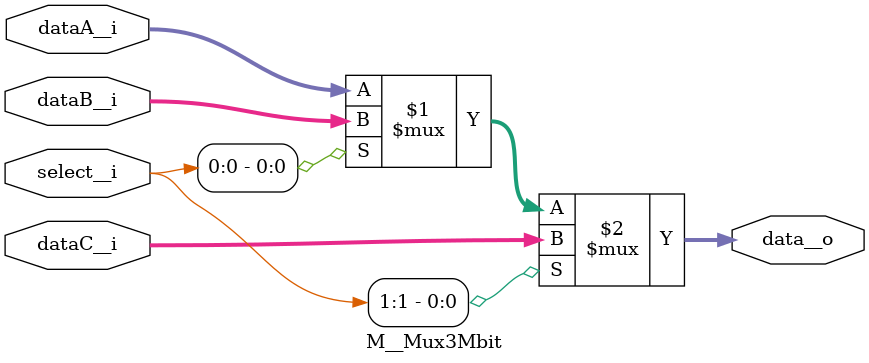
<source format=sv>
/*
 * ============================================================================
 *
 *  Name        :   M__Mux3Mbit
 *  Author      :   Aditya Shevade
 *
 *  Description :   A 3 input mux with each input M bit wide.
 *
 * ============================================================================
 */

module M__Mux3Mbit #(
    parameter   WIDTH   =   8
    )(
    input   wire    [(WIDTH - 1): 0]    dataA__i,
    input   wire    [(WIDTH - 1): 0]    dataB__i,
    input   wire    [(WIDTH - 1): 0]    dataC__i,
    input   wire              [1: 0]    select__i,
    output  wire    [(WIDTH - 1): 0]    data__o
    );

    assign data__o  = (select__i[1]) ? dataC__i : ((select__i[0]) ? dataB__i : dataA__i);

endmodule : M__Mux3Mbit

</source>
